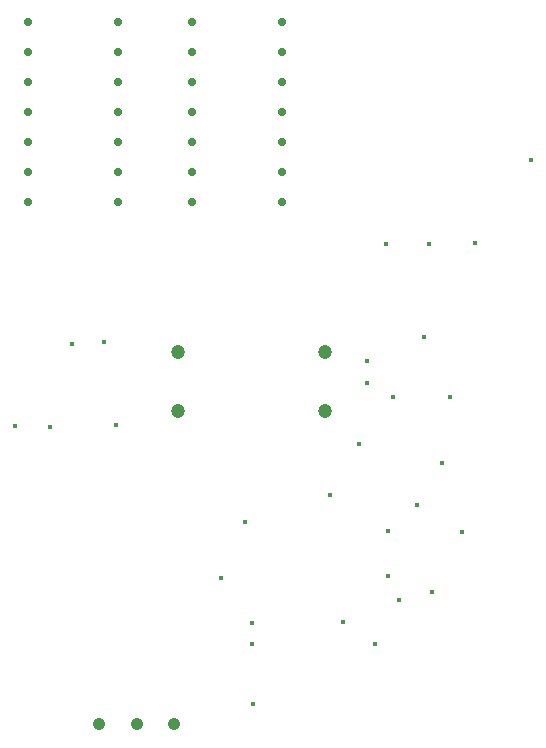
<source format=gbr>
%TF.GenerationSoftware,KiCad,Pcbnew,7.0.9*%
%TF.CreationDate,2023-12-31T00:01:56+01:00*%
%TF.ProjectId,Counter,436f756e-7465-4722-9e6b-696361645f70,rev?*%
%TF.SameCoordinates,Original*%
%TF.FileFunction,Plated,1,2,PTH,Drill*%
%TF.FilePolarity,Positive*%
%FSLAX46Y46*%
G04 Gerber Fmt 4.6, Leading zero omitted, Abs format (unit mm)*
G04 Created by KiCad (PCBNEW 7.0.9) date 2023-12-31 00:01:56*
%MOMM*%
%LPD*%
G01*
G04 APERTURE LIST*
%TA.AperFunction,ViaDrill*%
%ADD10C,0.400000*%
%TD*%
%TA.AperFunction,ComponentDrill*%
%ADD11C,0.700000*%
%TD*%
%TA.AperFunction,ComponentDrill*%
%ADD12C,1.070000*%
%TD*%
%TA.AperFunction,ComponentDrill*%
%ADD13C,1.200000*%
%TD*%
G04 APERTURE END LIST*
D10*
X101922140Y-100250545D03*
X104840852Y-100315405D03*
X106721799Y-93310497D03*
X109445930Y-93180776D03*
X110418834Y-100185684D03*
X119359830Y-113102107D03*
X121375800Y-108391559D03*
X121989412Y-118706307D03*
X121989578Y-116969035D03*
X122060995Y-123789825D03*
X128571140Y-106077718D03*
X129673635Y-116868808D03*
X130975371Y-101751060D03*
X131660300Y-96635343D03*
X131705044Y-94744220D03*
X132390312Y-118714421D03*
X133342102Y-84846594D03*
X133451409Y-109160580D03*
X133470885Y-112955752D03*
X133891400Y-97802605D03*
X134390802Y-114949343D03*
X135962892Y-106973968D03*
X136500812Y-92716660D03*
X136933587Y-84846594D03*
X137160000Y-114300000D03*
X138057709Y-103416510D03*
X138686683Y-97763204D03*
X139700000Y-109220000D03*
X140878334Y-84787718D03*
X145562893Y-77771115D03*
D11*
%TO.C,U3*%
X103012500Y-66040000D03*
X103012500Y-68580000D03*
X103012500Y-71120000D03*
X103012500Y-73660000D03*
X103012500Y-76200000D03*
X103012500Y-78740000D03*
X103012500Y-81280000D03*
X110632500Y-66040000D03*
X110632500Y-68580000D03*
X110632500Y-71120000D03*
X110632500Y-73660000D03*
X110632500Y-76200000D03*
X110632500Y-78740000D03*
X110632500Y-81280000D03*
%TO.C,U4*%
X116840000Y-66040000D03*
X116840000Y-68580000D03*
X116840000Y-71120000D03*
X116840000Y-73660000D03*
X116840000Y-76200000D03*
X116840000Y-78740000D03*
X116840000Y-81280000D03*
X124460000Y-66040000D03*
X124460000Y-68580000D03*
X124460000Y-71120000D03*
X124460000Y-73660000D03*
X124460000Y-76200000D03*
X124460000Y-78740000D03*
X124460000Y-81280000D03*
D12*
%TO.C,SW2*%
X108985455Y-125473931D03*
X112185455Y-125473931D03*
X115385455Y-125473931D03*
D13*
%TO.C,SW1*%
X115670000Y-94020000D03*
X115670000Y-99020000D03*
X128170000Y-94020000D03*
X128170000Y-99020000D03*
M02*

</source>
